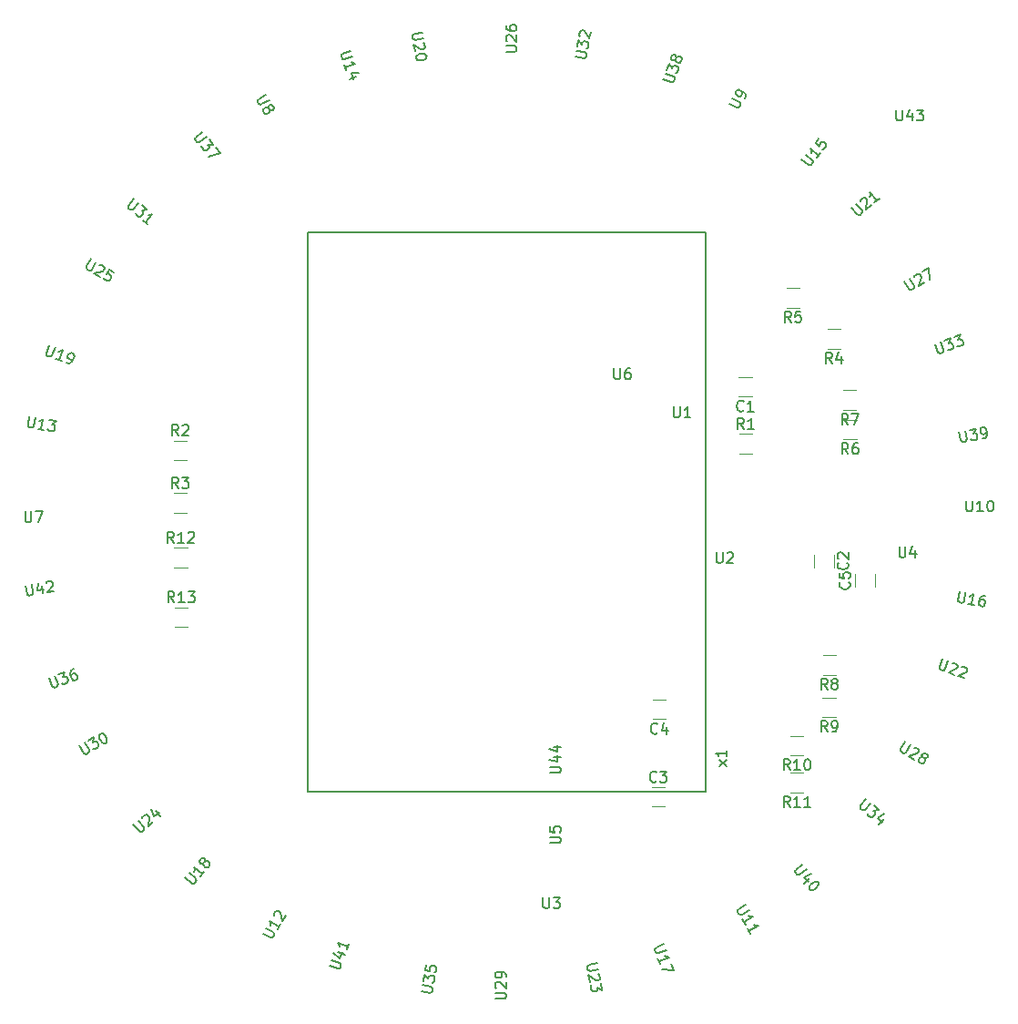
<source format=gto>
G04 #@! TF.GenerationSoftware,KiCad,Pcbnew,5.0.2+dfsg1-1*
G04 #@! TF.CreationDate,2020-09-22T14:15:05+02:00*
G04 #@! TF.ProjectId,bal,62616c2e-6b69-4636-9164-5f7063625858,rev?*
G04 #@! TF.SameCoordinates,Original*
G04 #@! TF.FileFunction,Legend,Top*
G04 #@! TF.FilePolarity,Positive*
%FSLAX46Y46*%
G04 Gerber Fmt 4.6, Leading zero omitted, Abs format (unit mm)*
G04 Created by KiCad (PCBNEW 5.0.2+dfsg1-1) date Tue 22 Sep 2020 02:15:05 PM CEST*
%MOMM*%
%LPD*%
G01*
G04 APERTURE LIST*
%ADD10C,0.200000*%
%ADD11C,0.120000*%
%ADD12C,0.150000*%
G04 APERTURE END LIST*
D10*
X111500000Y-131000000D02*
X111500000Y-79000000D01*
X148500000Y-131000000D02*
X111500000Y-131000000D01*
X148500000Y-79000000D02*
X148500000Y-131000000D01*
X111500000Y-79000000D02*
X148500000Y-79000000D01*
D11*
G04 #@! TO.C,C1*
X152813164Y-92460400D02*
X151609036Y-92460400D01*
X152813164Y-94280400D02*
X151609036Y-94280400D01*
G04 #@! TO.C,C2*
X158602000Y-108937036D02*
X158602000Y-110141164D01*
X160422000Y-108937036D02*
X160422000Y-110141164D01*
G04 #@! TO.C,C3*
X143503236Y-132380400D02*
X144707364Y-132380400D01*
X143503236Y-130560400D02*
X144707364Y-130560400D01*
G04 #@! TO.C,C4*
X144808964Y-122432400D02*
X143604836Y-122432400D01*
X144808964Y-124252400D02*
X143604836Y-124252400D01*
G04 #@! TO.C,C5*
X164232000Y-111969964D02*
X164232000Y-110765836D01*
X162412000Y-111969964D02*
X162412000Y-110765836D01*
G04 #@! TO.C,R1*
X151631236Y-99563600D02*
X152835364Y-99563600D01*
X151631236Y-97743600D02*
X152835364Y-97743600D01*
G04 #@! TO.C,R2*
X99053236Y-100173200D02*
X100257364Y-100173200D01*
X99053236Y-98353200D02*
X100257364Y-98353200D01*
G04 #@! TO.C,R3*
X99053236Y-105050000D02*
X100257364Y-105050000D01*
X99053236Y-103230000D02*
X100257364Y-103230000D01*
G04 #@! TO.C,R4*
X161039564Y-87990000D02*
X159835436Y-87990000D01*
X161039564Y-89810000D02*
X159835436Y-89810000D01*
G04 #@! TO.C,R5*
X157229564Y-84180000D02*
X156025436Y-84180000D01*
X157229564Y-86000000D02*
X156025436Y-86000000D01*
G04 #@! TO.C,R6*
X162538164Y-96422800D02*
X161334036Y-96422800D01*
X162538164Y-98242800D02*
X161334036Y-98242800D01*
G04 #@! TO.C,R7*
X162527064Y-93679600D02*
X161322936Y-93679600D01*
X162527064Y-95499600D02*
X161322936Y-95499600D01*
G04 #@! TO.C,R8*
X160622064Y-118317600D02*
X159417936Y-118317600D01*
X160622064Y-120137600D02*
X159417936Y-120137600D01*
G04 #@! TO.C,R9*
X160607764Y-122229200D02*
X159403636Y-122229200D01*
X160607764Y-124049200D02*
X159403636Y-124049200D01*
G04 #@! TO.C,R10*
X157610564Y-125785200D02*
X156406436Y-125785200D01*
X157610564Y-127605200D02*
X156406436Y-127605200D01*
G04 #@! TO.C,R11*
X157610564Y-129239600D02*
X156406436Y-129239600D01*
X157610564Y-131059600D02*
X156406436Y-131059600D01*
G04 #@! TO.C,R12*
X99104036Y-110130000D02*
X100308164Y-110130000D01*
X99104036Y-108310000D02*
X100308164Y-108310000D01*
G04 #@! TO.C,R13*
X99154836Y-115667200D02*
X100358964Y-115667200D01*
X99154836Y-113847200D02*
X100358964Y-113847200D01*
G04 #@! TO.C,U44*
D12*
X134032380Y-129238095D02*
X134841904Y-129238095D01*
X134937142Y-129190476D01*
X134984761Y-129142857D01*
X135032380Y-129047619D01*
X135032380Y-128857142D01*
X134984761Y-128761904D01*
X134937142Y-128714285D01*
X134841904Y-128666666D01*
X134032380Y-128666666D01*
X134365714Y-127761904D02*
X135032380Y-127761904D01*
X133984761Y-128000000D02*
X134699047Y-128238095D01*
X134699047Y-127619047D01*
X134365714Y-126809523D02*
X135032380Y-126809523D01*
X133984761Y-127047619D02*
X134699047Y-127285714D01*
X134699047Y-126666666D01*
G04 #@! TO.C,U43*
X166249504Y-67617980D02*
X166249504Y-68427504D01*
X166297123Y-68522742D01*
X166344742Y-68570361D01*
X166439980Y-68617980D01*
X166630457Y-68617980D01*
X166725695Y-68570361D01*
X166773314Y-68522742D01*
X166820933Y-68427504D01*
X166820933Y-67617980D01*
X167725695Y-67951314D02*
X167725695Y-68617980D01*
X167487600Y-67570361D02*
X167249504Y-68284647D01*
X167868552Y-68284647D01*
X168154266Y-67617980D02*
X168773314Y-67617980D01*
X168439980Y-67998933D01*
X168582838Y-67998933D01*
X168678076Y-68046552D01*
X168725695Y-68094171D01*
X168773314Y-68189409D01*
X168773314Y-68427504D01*
X168725695Y-68522742D01*
X168678076Y-68570361D01*
X168582838Y-68617980D01*
X168297123Y-68617980D01*
X168201885Y-68570361D01*
X168154266Y-68522742D01*
G04 #@! TO.C,C1*
X152044433Y-95547542D02*
X151996814Y-95595161D01*
X151853957Y-95642780D01*
X151758719Y-95642780D01*
X151615861Y-95595161D01*
X151520623Y-95499923D01*
X151473004Y-95404685D01*
X151425385Y-95214209D01*
X151425385Y-95071352D01*
X151473004Y-94880876D01*
X151520623Y-94785638D01*
X151615861Y-94690400D01*
X151758719Y-94642780D01*
X151853957Y-94642780D01*
X151996814Y-94690400D01*
X152044433Y-94738019D01*
X152996814Y-95642780D02*
X152425385Y-95642780D01*
X152711100Y-95642780D02*
X152711100Y-94642780D01*
X152615861Y-94785638D01*
X152520623Y-94880876D01*
X152425385Y-94928495D01*
G04 #@! TO.C,C2*
X161689142Y-109705766D02*
X161736761Y-109753385D01*
X161784380Y-109896242D01*
X161784380Y-109991480D01*
X161736761Y-110134338D01*
X161641523Y-110229576D01*
X161546285Y-110277195D01*
X161355809Y-110324814D01*
X161212952Y-110324814D01*
X161022476Y-110277195D01*
X160927238Y-110229576D01*
X160832000Y-110134338D01*
X160784380Y-109991480D01*
X160784380Y-109896242D01*
X160832000Y-109753385D01*
X160879619Y-109705766D01*
X160879619Y-109324814D02*
X160832000Y-109277195D01*
X160784380Y-109181957D01*
X160784380Y-108943861D01*
X160832000Y-108848623D01*
X160879619Y-108801004D01*
X160974857Y-108753385D01*
X161070095Y-108753385D01*
X161212952Y-108801004D01*
X161784380Y-109372433D01*
X161784380Y-108753385D01*
G04 #@! TO.C,C3*
X143938633Y-130007542D02*
X143891014Y-130055161D01*
X143748157Y-130102780D01*
X143652919Y-130102780D01*
X143510061Y-130055161D01*
X143414823Y-129959923D01*
X143367204Y-129864685D01*
X143319585Y-129674209D01*
X143319585Y-129531352D01*
X143367204Y-129340876D01*
X143414823Y-129245638D01*
X143510061Y-129150400D01*
X143652919Y-129102780D01*
X143748157Y-129102780D01*
X143891014Y-129150400D01*
X143938633Y-129198019D01*
X144271966Y-129102780D02*
X144891014Y-129102780D01*
X144557680Y-129483733D01*
X144700538Y-129483733D01*
X144795776Y-129531352D01*
X144843395Y-129578971D01*
X144891014Y-129674209D01*
X144891014Y-129912304D01*
X144843395Y-130007542D01*
X144795776Y-130055161D01*
X144700538Y-130102780D01*
X144414823Y-130102780D01*
X144319585Y-130055161D01*
X144271966Y-130007542D01*
G04 #@! TO.C,C4*
X144040233Y-125519542D02*
X143992614Y-125567161D01*
X143849757Y-125614780D01*
X143754519Y-125614780D01*
X143611661Y-125567161D01*
X143516423Y-125471923D01*
X143468804Y-125376685D01*
X143421185Y-125186209D01*
X143421185Y-125043352D01*
X143468804Y-124852876D01*
X143516423Y-124757638D01*
X143611661Y-124662400D01*
X143754519Y-124614780D01*
X143849757Y-124614780D01*
X143992614Y-124662400D01*
X144040233Y-124710019D01*
X144897376Y-124948114D02*
X144897376Y-125614780D01*
X144659280Y-124567161D02*
X144421185Y-125281447D01*
X145040233Y-125281447D01*
G04 #@! TO.C,C5*
X161859142Y-111534566D02*
X161906761Y-111582185D01*
X161954380Y-111725042D01*
X161954380Y-111820280D01*
X161906761Y-111963138D01*
X161811523Y-112058376D01*
X161716285Y-112105995D01*
X161525809Y-112153614D01*
X161382952Y-112153614D01*
X161192476Y-112105995D01*
X161097238Y-112058376D01*
X161002000Y-111963138D01*
X160954380Y-111820280D01*
X160954380Y-111725042D01*
X161002000Y-111582185D01*
X161049619Y-111534566D01*
X160954380Y-110629804D02*
X160954380Y-111105995D01*
X161430571Y-111153614D01*
X161382952Y-111105995D01*
X161335333Y-111010757D01*
X161335333Y-110772661D01*
X161382952Y-110677423D01*
X161430571Y-110629804D01*
X161525809Y-110582185D01*
X161763904Y-110582185D01*
X161859142Y-110629804D01*
X161906761Y-110677423D01*
X161954380Y-110772661D01*
X161954380Y-111010757D01*
X161906761Y-111105995D01*
X161859142Y-111153614D01*
G04 #@! TO.C,R1*
X152066633Y-97285980D02*
X151733300Y-96809790D01*
X151495204Y-97285980D02*
X151495204Y-96285980D01*
X151876157Y-96285980D01*
X151971395Y-96333600D01*
X152019014Y-96381219D01*
X152066633Y-96476457D01*
X152066633Y-96619314D01*
X152019014Y-96714552D01*
X151971395Y-96762171D01*
X151876157Y-96809790D01*
X151495204Y-96809790D01*
X153019014Y-97285980D02*
X152447585Y-97285980D01*
X152733300Y-97285980D02*
X152733300Y-96285980D01*
X152638061Y-96428838D01*
X152542823Y-96524076D01*
X152447585Y-96571695D01*
G04 #@! TO.C,R2*
X99488633Y-97895580D02*
X99155300Y-97419390D01*
X98917204Y-97895580D02*
X98917204Y-96895580D01*
X99298157Y-96895580D01*
X99393395Y-96943200D01*
X99441014Y-96990819D01*
X99488633Y-97086057D01*
X99488633Y-97228914D01*
X99441014Y-97324152D01*
X99393395Y-97371771D01*
X99298157Y-97419390D01*
X98917204Y-97419390D01*
X99869585Y-96990819D02*
X99917204Y-96943200D01*
X100012442Y-96895580D01*
X100250538Y-96895580D01*
X100345776Y-96943200D01*
X100393395Y-96990819D01*
X100441014Y-97086057D01*
X100441014Y-97181295D01*
X100393395Y-97324152D01*
X99821966Y-97895580D01*
X100441014Y-97895580D01*
G04 #@! TO.C,R3*
X99488633Y-102772380D02*
X99155300Y-102296190D01*
X98917204Y-102772380D02*
X98917204Y-101772380D01*
X99298157Y-101772380D01*
X99393395Y-101820000D01*
X99441014Y-101867619D01*
X99488633Y-101962857D01*
X99488633Y-102105714D01*
X99441014Y-102200952D01*
X99393395Y-102248571D01*
X99298157Y-102296190D01*
X98917204Y-102296190D01*
X99821966Y-101772380D02*
X100441014Y-101772380D01*
X100107680Y-102153333D01*
X100250538Y-102153333D01*
X100345776Y-102200952D01*
X100393395Y-102248571D01*
X100441014Y-102343809D01*
X100441014Y-102581904D01*
X100393395Y-102677142D01*
X100345776Y-102724761D01*
X100250538Y-102772380D01*
X99964823Y-102772380D01*
X99869585Y-102724761D01*
X99821966Y-102677142D01*
G04 #@! TO.C,R4*
X160270833Y-91172380D02*
X159937500Y-90696190D01*
X159699404Y-91172380D02*
X159699404Y-90172380D01*
X160080357Y-90172380D01*
X160175595Y-90220000D01*
X160223214Y-90267619D01*
X160270833Y-90362857D01*
X160270833Y-90505714D01*
X160223214Y-90600952D01*
X160175595Y-90648571D01*
X160080357Y-90696190D01*
X159699404Y-90696190D01*
X161127976Y-90505714D02*
X161127976Y-91172380D01*
X160889880Y-90124761D02*
X160651785Y-90839047D01*
X161270833Y-90839047D01*
G04 #@! TO.C,R5*
X156460833Y-87362380D02*
X156127500Y-86886190D01*
X155889404Y-87362380D02*
X155889404Y-86362380D01*
X156270357Y-86362380D01*
X156365595Y-86410000D01*
X156413214Y-86457619D01*
X156460833Y-86552857D01*
X156460833Y-86695714D01*
X156413214Y-86790952D01*
X156365595Y-86838571D01*
X156270357Y-86886190D01*
X155889404Y-86886190D01*
X157365595Y-86362380D02*
X156889404Y-86362380D01*
X156841785Y-86838571D01*
X156889404Y-86790952D01*
X156984642Y-86743333D01*
X157222738Y-86743333D01*
X157317976Y-86790952D01*
X157365595Y-86838571D01*
X157413214Y-86933809D01*
X157413214Y-87171904D01*
X157365595Y-87267142D01*
X157317976Y-87314761D01*
X157222738Y-87362380D01*
X156984642Y-87362380D01*
X156889404Y-87314761D01*
X156841785Y-87267142D01*
G04 #@! TO.C,R6*
X161769433Y-99605180D02*
X161436100Y-99128990D01*
X161198004Y-99605180D02*
X161198004Y-98605180D01*
X161578957Y-98605180D01*
X161674195Y-98652800D01*
X161721814Y-98700419D01*
X161769433Y-98795657D01*
X161769433Y-98938514D01*
X161721814Y-99033752D01*
X161674195Y-99081371D01*
X161578957Y-99128990D01*
X161198004Y-99128990D01*
X162626576Y-98605180D02*
X162436100Y-98605180D01*
X162340861Y-98652800D01*
X162293242Y-98700419D01*
X162198004Y-98843276D01*
X162150385Y-99033752D01*
X162150385Y-99414704D01*
X162198004Y-99509942D01*
X162245623Y-99557561D01*
X162340861Y-99605180D01*
X162531338Y-99605180D01*
X162626576Y-99557561D01*
X162674195Y-99509942D01*
X162721814Y-99414704D01*
X162721814Y-99176609D01*
X162674195Y-99081371D01*
X162626576Y-99033752D01*
X162531338Y-98986133D01*
X162340861Y-98986133D01*
X162245623Y-99033752D01*
X162198004Y-99081371D01*
X162150385Y-99176609D01*
G04 #@! TO.C,R7*
X161758333Y-96861980D02*
X161425000Y-96385790D01*
X161186904Y-96861980D02*
X161186904Y-95861980D01*
X161567857Y-95861980D01*
X161663095Y-95909600D01*
X161710714Y-95957219D01*
X161758333Y-96052457D01*
X161758333Y-96195314D01*
X161710714Y-96290552D01*
X161663095Y-96338171D01*
X161567857Y-96385790D01*
X161186904Y-96385790D01*
X162091666Y-95861980D02*
X162758333Y-95861980D01*
X162329761Y-96861980D01*
G04 #@! TO.C,R8*
X159853333Y-121499980D02*
X159520000Y-121023790D01*
X159281904Y-121499980D02*
X159281904Y-120499980D01*
X159662857Y-120499980D01*
X159758095Y-120547600D01*
X159805714Y-120595219D01*
X159853333Y-120690457D01*
X159853333Y-120833314D01*
X159805714Y-120928552D01*
X159758095Y-120976171D01*
X159662857Y-121023790D01*
X159281904Y-121023790D01*
X160424761Y-120928552D02*
X160329523Y-120880933D01*
X160281904Y-120833314D01*
X160234285Y-120738076D01*
X160234285Y-120690457D01*
X160281904Y-120595219D01*
X160329523Y-120547600D01*
X160424761Y-120499980D01*
X160615238Y-120499980D01*
X160710476Y-120547600D01*
X160758095Y-120595219D01*
X160805714Y-120690457D01*
X160805714Y-120738076D01*
X160758095Y-120833314D01*
X160710476Y-120880933D01*
X160615238Y-120928552D01*
X160424761Y-120928552D01*
X160329523Y-120976171D01*
X160281904Y-121023790D01*
X160234285Y-121119028D01*
X160234285Y-121309504D01*
X160281904Y-121404742D01*
X160329523Y-121452361D01*
X160424761Y-121499980D01*
X160615238Y-121499980D01*
X160710476Y-121452361D01*
X160758095Y-121404742D01*
X160805714Y-121309504D01*
X160805714Y-121119028D01*
X160758095Y-121023790D01*
X160710476Y-120976171D01*
X160615238Y-120928552D01*
G04 #@! TO.C,R9*
X159839033Y-125411580D02*
X159505700Y-124935390D01*
X159267604Y-125411580D02*
X159267604Y-124411580D01*
X159648557Y-124411580D01*
X159743795Y-124459200D01*
X159791414Y-124506819D01*
X159839033Y-124602057D01*
X159839033Y-124744914D01*
X159791414Y-124840152D01*
X159743795Y-124887771D01*
X159648557Y-124935390D01*
X159267604Y-124935390D01*
X160315223Y-125411580D02*
X160505700Y-125411580D01*
X160600938Y-125363961D01*
X160648557Y-125316342D01*
X160743795Y-125173485D01*
X160791414Y-124983009D01*
X160791414Y-124602057D01*
X160743795Y-124506819D01*
X160696176Y-124459200D01*
X160600938Y-124411580D01*
X160410461Y-124411580D01*
X160315223Y-124459200D01*
X160267604Y-124506819D01*
X160219985Y-124602057D01*
X160219985Y-124840152D01*
X160267604Y-124935390D01*
X160315223Y-124983009D01*
X160410461Y-125030628D01*
X160600938Y-125030628D01*
X160696176Y-124983009D01*
X160743795Y-124935390D01*
X160791414Y-124840152D01*
G04 #@! TO.C,R10*
X156365642Y-128967580D02*
X156032309Y-128491390D01*
X155794214Y-128967580D02*
X155794214Y-127967580D01*
X156175166Y-127967580D01*
X156270404Y-128015200D01*
X156318023Y-128062819D01*
X156365642Y-128158057D01*
X156365642Y-128300914D01*
X156318023Y-128396152D01*
X156270404Y-128443771D01*
X156175166Y-128491390D01*
X155794214Y-128491390D01*
X157318023Y-128967580D02*
X156746595Y-128967580D01*
X157032309Y-128967580D02*
X157032309Y-127967580D01*
X156937071Y-128110438D01*
X156841833Y-128205676D01*
X156746595Y-128253295D01*
X157937071Y-127967580D02*
X158032309Y-127967580D01*
X158127547Y-128015200D01*
X158175166Y-128062819D01*
X158222785Y-128158057D01*
X158270404Y-128348533D01*
X158270404Y-128586628D01*
X158222785Y-128777104D01*
X158175166Y-128872342D01*
X158127547Y-128919961D01*
X158032309Y-128967580D01*
X157937071Y-128967580D01*
X157841833Y-128919961D01*
X157794214Y-128872342D01*
X157746595Y-128777104D01*
X157698976Y-128586628D01*
X157698976Y-128348533D01*
X157746595Y-128158057D01*
X157794214Y-128062819D01*
X157841833Y-128015200D01*
X157937071Y-127967580D01*
G04 #@! TO.C,R11*
X156365642Y-132421980D02*
X156032309Y-131945790D01*
X155794214Y-132421980D02*
X155794214Y-131421980D01*
X156175166Y-131421980D01*
X156270404Y-131469600D01*
X156318023Y-131517219D01*
X156365642Y-131612457D01*
X156365642Y-131755314D01*
X156318023Y-131850552D01*
X156270404Y-131898171D01*
X156175166Y-131945790D01*
X155794214Y-131945790D01*
X157318023Y-132421980D02*
X156746595Y-132421980D01*
X157032309Y-132421980D02*
X157032309Y-131421980D01*
X156937071Y-131564838D01*
X156841833Y-131660076D01*
X156746595Y-131707695D01*
X158270404Y-132421980D02*
X157698976Y-132421980D01*
X157984690Y-132421980D02*
X157984690Y-131421980D01*
X157889452Y-131564838D01*
X157794214Y-131660076D01*
X157698976Y-131707695D01*
G04 #@! TO.C,R12*
X99063242Y-107852380D02*
X98729909Y-107376190D01*
X98491814Y-107852380D02*
X98491814Y-106852380D01*
X98872766Y-106852380D01*
X98968004Y-106900000D01*
X99015623Y-106947619D01*
X99063242Y-107042857D01*
X99063242Y-107185714D01*
X99015623Y-107280952D01*
X98968004Y-107328571D01*
X98872766Y-107376190D01*
X98491814Y-107376190D01*
X100015623Y-107852380D02*
X99444195Y-107852380D01*
X99729909Y-107852380D02*
X99729909Y-106852380D01*
X99634671Y-106995238D01*
X99539433Y-107090476D01*
X99444195Y-107138095D01*
X100396576Y-106947619D02*
X100444195Y-106900000D01*
X100539433Y-106852380D01*
X100777528Y-106852380D01*
X100872766Y-106900000D01*
X100920385Y-106947619D01*
X100968004Y-107042857D01*
X100968004Y-107138095D01*
X100920385Y-107280952D01*
X100348957Y-107852380D01*
X100968004Y-107852380D01*
G04 #@! TO.C,R13*
X99114042Y-113389580D02*
X98780709Y-112913390D01*
X98542614Y-113389580D02*
X98542614Y-112389580D01*
X98923566Y-112389580D01*
X99018804Y-112437200D01*
X99066423Y-112484819D01*
X99114042Y-112580057D01*
X99114042Y-112722914D01*
X99066423Y-112818152D01*
X99018804Y-112865771D01*
X98923566Y-112913390D01*
X98542614Y-112913390D01*
X100066423Y-113389580D02*
X99494995Y-113389580D01*
X99780709Y-113389580D02*
X99780709Y-112389580D01*
X99685471Y-112532438D01*
X99590233Y-112627676D01*
X99494995Y-112675295D01*
X100399757Y-112389580D02*
X101018804Y-112389580D01*
X100685471Y-112770533D01*
X100828328Y-112770533D01*
X100923566Y-112818152D01*
X100971185Y-112865771D01*
X101018804Y-112961009D01*
X101018804Y-113199104D01*
X100971185Y-113294342D01*
X100923566Y-113341961D01*
X100828328Y-113389580D01*
X100542614Y-113389580D01*
X100447376Y-113341961D01*
X100399757Y-113294342D01*
G04 #@! TO.C,U1*
X145542095Y-95202380D02*
X145542095Y-96011904D01*
X145589714Y-96107142D01*
X145637333Y-96154761D01*
X145732571Y-96202380D01*
X145923047Y-96202380D01*
X146018285Y-96154761D01*
X146065904Y-96107142D01*
X146113523Y-96011904D01*
X146113523Y-95202380D01*
X147113523Y-96202380D02*
X146542095Y-96202380D01*
X146827809Y-96202380D02*
X146827809Y-95202380D01*
X146732571Y-95345238D01*
X146637333Y-95440476D01*
X146542095Y-95488095D01*
G04 #@! TO.C,U2*
X149525695Y-108734380D02*
X149525695Y-109543904D01*
X149573314Y-109639142D01*
X149620933Y-109686761D01*
X149716171Y-109734380D01*
X149906647Y-109734380D01*
X150001885Y-109686761D01*
X150049504Y-109639142D01*
X150097123Y-109543904D01*
X150097123Y-108734380D01*
X150525695Y-108829619D02*
X150573314Y-108782000D01*
X150668552Y-108734380D01*
X150906647Y-108734380D01*
X151001885Y-108782000D01*
X151049504Y-108829619D01*
X151097123Y-108924857D01*
X151097123Y-109020095D01*
X151049504Y-109162952D01*
X150478076Y-109734380D01*
X151097123Y-109734380D01*
G04 #@! TO.C,U3*
X133400895Y-140820780D02*
X133400895Y-141630304D01*
X133448514Y-141725542D01*
X133496133Y-141773161D01*
X133591371Y-141820780D01*
X133781847Y-141820780D01*
X133877085Y-141773161D01*
X133924704Y-141725542D01*
X133972323Y-141630304D01*
X133972323Y-140820780D01*
X134353276Y-140820780D02*
X134972323Y-140820780D01*
X134638990Y-141201733D01*
X134781847Y-141201733D01*
X134877085Y-141249352D01*
X134924704Y-141296971D01*
X134972323Y-141392209D01*
X134972323Y-141630304D01*
X134924704Y-141725542D01*
X134877085Y-141773161D01*
X134781847Y-141820780D01*
X134496133Y-141820780D01*
X134400895Y-141773161D01*
X134353276Y-141725542D01*
G04 #@! TO.C,U4*
X166522495Y-108207180D02*
X166522495Y-109016704D01*
X166570114Y-109111942D01*
X166617733Y-109159561D01*
X166712971Y-109207180D01*
X166903447Y-109207180D01*
X166998685Y-109159561D01*
X167046304Y-109111942D01*
X167093923Y-109016704D01*
X167093923Y-108207180D01*
X167998685Y-108540514D02*
X167998685Y-109207180D01*
X167760590Y-108159561D02*
X167522495Y-108873847D01*
X168141542Y-108873847D01*
G04 #@! TO.C,U5*
X134032380Y-135761904D02*
X134841904Y-135761904D01*
X134937142Y-135714285D01*
X134984761Y-135666666D01*
X135032380Y-135571428D01*
X135032380Y-135380952D01*
X134984761Y-135285714D01*
X134937142Y-135238095D01*
X134841904Y-135190476D01*
X134032380Y-135190476D01*
X134032380Y-134238095D02*
X134032380Y-134714285D01*
X134508571Y-134761904D01*
X134460952Y-134714285D01*
X134413333Y-134619047D01*
X134413333Y-134380952D01*
X134460952Y-134285714D01*
X134508571Y-134238095D01*
X134603809Y-134190476D01*
X134841904Y-134190476D01*
X134937142Y-134238095D01*
X134984761Y-134285714D01*
X135032380Y-134380952D01*
X135032380Y-134619047D01*
X134984761Y-134714285D01*
X134937142Y-134761904D01*
G04 #@! TO.C,U6*
X140004895Y-91662380D02*
X140004895Y-92471904D01*
X140052514Y-92567142D01*
X140100133Y-92614761D01*
X140195371Y-92662380D01*
X140385847Y-92662380D01*
X140481085Y-92614761D01*
X140528704Y-92567142D01*
X140576323Y-92471904D01*
X140576323Y-91662380D01*
X141481085Y-91662380D02*
X141290609Y-91662380D01*
X141195371Y-91710000D01*
X141147752Y-91757619D01*
X141052514Y-91900476D01*
X141004895Y-92090952D01*
X141004895Y-92471904D01*
X141052514Y-92567142D01*
X141100133Y-92614761D01*
X141195371Y-92662380D01*
X141385847Y-92662380D01*
X141481085Y-92614761D01*
X141528704Y-92567142D01*
X141576323Y-92471904D01*
X141576323Y-92233809D01*
X141528704Y-92138571D01*
X141481085Y-92090952D01*
X141385847Y-92043333D01*
X141195371Y-92043333D01*
X141100133Y-92090952D01*
X141052514Y-92138571D01*
X141004895Y-92233809D01*
G04 #@! TO.C,U7*
X85238095Y-104952380D02*
X85238095Y-105761904D01*
X85285714Y-105857142D01*
X85333333Y-105904761D01*
X85428571Y-105952380D01*
X85619047Y-105952380D01*
X85714285Y-105904761D01*
X85761904Y-105857142D01*
X85809523Y-105761904D01*
X85809523Y-104952380D01*
X86190476Y-104952380D02*
X86857142Y-104952380D01*
X86428571Y-105952380D01*
G04 #@! TO.C,U8*
X107660286Y-66206361D02*
X106959218Y-66611123D01*
X106900549Y-66699981D01*
X106883119Y-66765030D01*
X106889499Y-66871318D01*
X106984737Y-67036276D01*
X107073595Y-67094945D01*
X107138644Y-67112374D01*
X107244932Y-67105995D01*
X107946000Y-66701233D01*
X107884370Y-67451629D02*
X107877991Y-67345341D01*
X107895421Y-67280292D01*
X107954090Y-67191434D01*
X107995329Y-67167625D01*
X108101617Y-67161245D01*
X108166666Y-67178675D01*
X108255524Y-67237344D01*
X108350762Y-67402301D01*
X108357142Y-67508589D01*
X108339712Y-67573638D01*
X108281043Y-67662496D01*
X108239804Y-67686306D01*
X108133516Y-67692686D01*
X108068467Y-67675256D01*
X107979609Y-67616587D01*
X107884370Y-67451629D01*
X107795512Y-67392960D01*
X107730463Y-67375531D01*
X107624175Y-67381910D01*
X107459218Y-67477148D01*
X107400549Y-67566007D01*
X107383119Y-67631056D01*
X107389499Y-67737344D01*
X107484737Y-67902301D01*
X107573595Y-67960970D01*
X107638644Y-67978400D01*
X107744932Y-67972020D01*
X107909889Y-67876782D01*
X107968559Y-67787924D01*
X107985988Y-67722875D01*
X107979609Y-67616587D01*
G04 #@! TO.C,U9*
X150711782Y-67026019D02*
X151412850Y-67430781D01*
X151519138Y-67437161D01*
X151584187Y-67419731D01*
X151673046Y-67361062D01*
X151768284Y-67196104D01*
X151774663Y-67089816D01*
X151757234Y-67024767D01*
X151698565Y-66935909D01*
X150997496Y-66531147D01*
X152125427Y-66577515D02*
X152220665Y-66412558D01*
X152227044Y-66306269D01*
X152209615Y-66241221D01*
X152133516Y-66087313D01*
X151992368Y-65950836D01*
X151662454Y-65760360D01*
X151556165Y-65753980D01*
X151491117Y-65771410D01*
X151402258Y-65830079D01*
X151307020Y-65995036D01*
X151300640Y-66101324D01*
X151318070Y-66166373D01*
X151376739Y-66255232D01*
X151582936Y-66374279D01*
X151689224Y-66380659D01*
X151754273Y-66363229D01*
X151843131Y-66304560D01*
X151938369Y-66139603D01*
X151944749Y-66033315D01*
X151927319Y-65968266D01*
X151868650Y-65879408D01*
G04 #@! TO.C,U10*
X172761904Y-103952380D02*
X172761904Y-104761904D01*
X172809523Y-104857142D01*
X172857142Y-104904761D01*
X172952380Y-104952380D01*
X173142857Y-104952380D01*
X173238095Y-104904761D01*
X173285714Y-104857142D01*
X173333333Y-104761904D01*
X173333333Y-103952380D01*
X174333333Y-104952380D02*
X173761904Y-104952380D01*
X174047619Y-104952380D02*
X174047619Y-103952380D01*
X173952380Y-104095238D01*
X173857142Y-104190476D01*
X173761904Y-104238095D01*
X174952380Y-103952380D02*
X175047619Y-103952380D01*
X175142857Y-104000000D01*
X175190476Y-104047619D01*
X175238095Y-104142857D01*
X175285714Y-104333333D01*
X175285714Y-104571428D01*
X175238095Y-104761904D01*
X175190476Y-104857142D01*
X175142857Y-104904761D01*
X175047619Y-104952380D01*
X174952380Y-104952380D01*
X174857142Y-104904761D01*
X174809523Y-104857142D01*
X174761904Y-104761904D01*
X174714285Y-104571428D01*
X174714285Y-104333333D01*
X174761904Y-104142857D01*
X174809523Y-104047619D01*
X174857142Y-104000000D01*
X174952380Y-103952380D01*
G04 #@! TO.C,U11*
X152288217Y-141513968D02*
X151587149Y-141918730D01*
X151528480Y-142007588D01*
X151511050Y-142072637D01*
X151517430Y-142178925D01*
X151612668Y-142343882D01*
X151701526Y-142402552D01*
X151766575Y-142419981D01*
X151872863Y-142413602D01*
X152573931Y-142008840D01*
X152207906Y-143374865D02*
X151922191Y-142879993D01*
X152065049Y-143127429D02*
X152931074Y-142627429D01*
X152759737Y-142616379D01*
X152629639Y-142581520D01*
X152540781Y-142522851D01*
X152684096Y-144199651D02*
X152398382Y-143704780D01*
X152541239Y-143952215D02*
X153407265Y-143452215D01*
X153235928Y-143441165D01*
X153105830Y-143406306D01*
X153016972Y-143347637D01*
G04 #@! TO.C,U12*
X107339713Y-144158412D02*
X108040781Y-144563174D01*
X108147069Y-144569554D01*
X108212118Y-144552124D01*
X108300976Y-144493455D01*
X108396214Y-144328497D01*
X108402594Y-144222209D01*
X108385164Y-144157161D01*
X108326495Y-144068302D01*
X107625427Y-143663540D01*
X108991453Y-143297515D02*
X108705738Y-143792387D01*
X108848595Y-143544951D02*
X107982570Y-143044951D01*
X108058669Y-143198858D01*
X108093528Y-143328956D01*
X108087149Y-143435244D01*
X108398382Y-142515219D02*
X108380952Y-142450171D01*
X108387332Y-142343882D01*
X108506380Y-142137686D01*
X108595238Y-142079017D01*
X108660287Y-142061587D01*
X108766575Y-142067967D01*
X108849053Y-142115586D01*
X108948962Y-142228254D01*
X109158119Y-143008840D01*
X109467643Y-142472729D01*
G04 #@! TO.C,U13*
X85632631Y-96113303D02*
X85492058Y-96910528D01*
X85522416Y-97012589D01*
X85561043Y-97067753D01*
X85646565Y-97131187D01*
X85834147Y-97164262D01*
X85936208Y-97133905D01*
X85991372Y-97095278D01*
X86054806Y-97009756D01*
X86195378Y-96212531D01*
X87006538Y-97370986D02*
X86443790Y-97271759D01*
X86725164Y-97321373D02*
X86898812Y-96336565D01*
X86780214Y-96460714D01*
X86669885Y-96537967D01*
X86567825Y-96568325D01*
X87508455Y-96444061D02*
X88118098Y-96551558D01*
X87723677Y-96868840D01*
X87864364Y-96893647D01*
X87949886Y-96957081D01*
X87988513Y-97012245D01*
X88018870Y-97114305D01*
X87977526Y-97348783D01*
X87914092Y-97434306D01*
X87858928Y-97472932D01*
X87756867Y-97503290D01*
X87475494Y-97453676D01*
X87389971Y-97390243D01*
X87351345Y-97335078D01*
G04 #@! TO.C,U14*
X115510986Y-62128264D02*
X114750282Y-62405137D01*
X114677074Y-62482458D01*
X114648614Y-62543492D01*
X114636440Y-62649273D01*
X114701586Y-62828262D01*
X114778907Y-62901470D01*
X114839941Y-62929931D01*
X114945722Y-62942104D01*
X115706426Y-62665231D01*
X115108753Y-63946944D02*
X114913313Y-63409977D01*
X115011033Y-63678460D02*
X115950726Y-63336440D01*
X115783911Y-63295806D01*
X115661843Y-63238884D01*
X115584522Y-63165676D01*
X116028375Y-64524381D02*
X115401913Y-64752395D01*
X116304920Y-64170351D02*
X115552277Y-64190915D01*
X115764004Y-64772630D01*
G04 #@! TO.C,U15*
X157447689Y-72207827D02*
X158067820Y-72728179D01*
X158171385Y-72752918D01*
X158238473Y-72747049D01*
X158336169Y-72704701D01*
X158458605Y-72558788D01*
X158483344Y-72455222D01*
X158477475Y-72388135D01*
X158435127Y-72290439D01*
X157814996Y-71770087D01*
X159223828Y-71646830D02*
X158856521Y-72084570D01*
X159040174Y-71865700D02*
X158274130Y-71222912D01*
X158322347Y-71387696D01*
X158334086Y-71521870D01*
X158309346Y-71625436D01*
X159039353Y-70310955D02*
X158733264Y-70675738D01*
X159067438Y-71018305D01*
X159061569Y-70951218D01*
X159086308Y-70847653D01*
X159239353Y-70665261D01*
X159337049Y-70622913D01*
X159404136Y-70617044D01*
X159507702Y-70641784D01*
X159690093Y-70794828D01*
X159732441Y-70892525D01*
X159738310Y-70959612D01*
X159713571Y-71063177D01*
X159560526Y-71245569D01*
X159462830Y-71287917D01*
X159395743Y-71293786D01*
G04 #@! TO.C,U16*
X172118983Y-112378111D02*
X171978410Y-113175336D01*
X172008768Y-113277397D01*
X172047395Y-113332561D01*
X172132917Y-113395995D01*
X172320499Y-113429070D01*
X172422560Y-113398713D01*
X172477724Y-113360086D01*
X172541158Y-113274564D01*
X172681730Y-112477339D01*
X173492890Y-113635794D02*
X172930142Y-113536567D01*
X173211516Y-113586181D02*
X173385164Y-112601373D01*
X173266566Y-112725522D01*
X173156237Y-112802775D01*
X173054177Y-112833133D01*
X174510659Y-112799828D02*
X174323076Y-112766752D01*
X174221016Y-112797110D01*
X174165852Y-112835737D01*
X174047253Y-112959885D01*
X173967282Y-113139199D01*
X173901130Y-113514364D01*
X173931488Y-113616424D01*
X173970115Y-113671588D01*
X174055637Y-113735022D01*
X174243219Y-113768098D01*
X174345280Y-113737740D01*
X174400444Y-113699114D01*
X174463878Y-113613591D01*
X174505222Y-113379113D01*
X174474865Y-113277053D01*
X174436238Y-113221889D01*
X174350716Y-113158455D01*
X174163133Y-113125379D01*
X174061073Y-113155737D01*
X174005909Y-113194363D01*
X173942475Y-113279886D01*
G04 #@! TO.C,U17*
X144671294Y-145170284D02*
X143910590Y-145447157D01*
X143837382Y-145524478D01*
X143808922Y-145585512D01*
X143796748Y-145691293D01*
X143861894Y-145870282D01*
X143939215Y-145943490D01*
X144000249Y-145971951D01*
X144106030Y-145984124D01*
X144866734Y-145707251D01*
X144269061Y-146988964D02*
X144073621Y-146451997D01*
X144171341Y-146720480D02*
X145111034Y-146378460D01*
X144944219Y-146337826D01*
X144822151Y-146280904D01*
X144744830Y-146207696D01*
X145322761Y-146960175D02*
X145550774Y-147586636D01*
X144464501Y-147525931D01*
G04 #@! TO.C,U18*
X100121645Y-138985039D02*
X100741776Y-139505391D01*
X100845341Y-139530130D01*
X100912429Y-139524261D01*
X101010125Y-139481913D01*
X101132561Y-139336000D01*
X101157300Y-139232434D01*
X101151431Y-139165347D01*
X101109083Y-139067651D01*
X100488952Y-138547299D01*
X101897784Y-138424042D02*
X101530477Y-138861782D01*
X101714130Y-138642912D02*
X100948086Y-138000124D01*
X100996303Y-138164908D01*
X101008042Y-138299082D01*
X100983302Y-138402648D01*
X101827351Y-137618995D02*
X101729655Y-137661343D01*
X101662568Y-137667212D01*
X101559003Y-137642473D01*
X101522524Y-137611864D01*
X101480177Y-137514168D01*
X101474307Y-137447080D01*
X101499047Y-137343515D01*
X101621482Y-137197602D01*
X101719179Y-137155254D01*
X101786266Y-137149385D01*
X101889831Y-137174124D01*
X101926310Y-137204733D01*
X101968657Y-137302429D01*
X101974527Y-137369517D01*
X101949787Y-137473082D01*
X101827351Y-137618995D01*
X101802612Y-137722561D01*
X101808481Y-137789648D01*
X101850829Y-137887344D01*
X101996742Y-138009780D01*
X102100308Y-138034520D01*
X102167395Y-138028650D01*
X102265091Y-137986303D01*
X102387527Y-137840389D01*
X102412266Y-137736824D01*
X102406397Y-137669737D01*
X102364049Y-137572040D01*
X102218136Y-137449605D01*
X102114571Y-137424865D01*
X102047483Y-137430734D01*
X101949787Y-137473082D01*
G04 #@! TO.C,U19*
X87502857Y-89481798D02*
X87225984Y-90242502D01*
X87238158Y-90348283D01*
X87266618Y-90409317D01*
X87339826Y-90486638D01*
X87518815Y-90551784D01*
X87624596Y-90539610D01*
X87685630Y-90511150D01*
X87762951Y-90437942D01*
X88039824Y-89677238D01*
X88637497Y-90958951D02*
X88100530Y-90763511D01*
X88369013Y-90861231D02*
X88711034Y-89921539D01*
X88572679Y-90023207D01*
X88450611Y-90080128D01*
X88344830Y-90092302D01*
X89084970Y-91121818D02*
X89263959Y-91186965D01*
X89369740Y-91174791D01*
X89430774Y-91146330D01*
X89569128Y-91044662D01*
X89679022Y-90881959D01*
X89809316Y-90523981D01*
X89797142Y-90418200D01*
X89768681Y-90357166D01*
X89695473Y-90279845D01*
X89516484Y-90214699D01*
X89410703Y-90226873D01*
X89349669Y-90255333D01*
X89272349Y-90328541D01*
X89190915Y-90552277D01*
X89203089Y-90658059D01*
X89231550Y-90719093D01*
X89304758Y-90796413D01*
X89483747Y-90861560D01*
X89589528Y-90849386D01*
X89650562Y-90820925D01*
X89727882Y-90747718D01*
G04 #@! TO.C,U20*
X122191902Y-60422445D02*
X121394677Y-60563017D01*
X121309154Y-60626451D01*
X121270528Y-60681615D01*
X121240170Y-60783675D01*
X121273246Y-60971258D01*
X121336679Y-61056780D01*
X121391844Y-61095407D01*
X121493904Y-61125764D01*
X122291130Y-60985192D01*
X122271759Y-61423790D02*
X122326924Y-61462417D01*
X122390357Y-61547939D01*
X122431702Y-61782417D01*
X122401344Y-61884477D01*
X122362718Y-61939642D01*
X122277195Y-62003076D01*
X122183404Y-62019613D01*
X122034448Y-61997525D01*
X121372473Y-61534005D01*
X121479970Y-62143648D01*
X122572274Y-62579643D02*
X122588812Y-62673434D01*
X122558454Y-62775494D01*
X122519828Y-62830659D01*
X122434306Y-62894092D01*
X122254992Y-62974064D01*
X122020514Y-63015408D01*
X121824663Y-63001589D01*
X121722602Y-62971231D01*
X121667438Y-62932604D01*
X121604004Y-62847082D01*
X121587466Y-62753291D01*
X121617824Y-62651231D01*
X121656451Y-62596066D01*
X121741973Y-62532633D01*
X121921287Y-62452661D01*
X122155765Y-62411316D01*
X122351616Y-62425136D01*
X122453676Y-62455494D01*
X122508841Y-62494120D01*
X122572274Y-62579643D01*
G04 #@! TO.C,U21*
X162088167Y-76713309D02*
X162608519Y-77333440D01*
X162706215Y-77375788D01*
X162773302Y-77381658D01*
X162876868Y-77356918D01*
X163022781Y-77234482D01*
X163065129Y-77136786D01*
X163070998Y-77069699D01*
X163046258Y-76966133D01*
X162525906Y-76346002D01*
X162915429Y-76143478D02*
X162921298Y-76076391D01*
X162963646Y-75978695D01*
X163146038Y-75825650D01*
X163249603Y-75800911D01*
X163316690Y-75806780D01*
X163414387Y-75849128D01*
X163475605Y-75922084D01*
X163530953Y-76062128D01*
X163460521Y-76867175D01*
X163934739Y-76469259D01*
X164664305Y-75857080D02*
X164226565Y-76224387D01*
X164445435Y-76040734D02*
X163802647Y-75274689D01*
X163821517Y-75445342D01*
X163809779Y-75579517D01*
X163767431Y-75677213D01*
G04 #@! TO.C,U22*
X170544877Y-118642106D02*
X170268004Y-119402810D01*
X170280178Y-119508591D01*
X170308638Y-119569625D01*
X170381846Y-119646946D01*
X170560835Y-119712092D01*
X170666616Y-119699918D01*
X170727650Y-119671458D01*
X170804971Y-119598250D01*
X171081844Y-118837546D01*
X171451997Y-119073621D02*
X171513031Y-119045160D01*
X171618812Y-119032987D01*
X171842548Y-119114420D01*
X171915756Y-119191741D01*
X171944217Y-119252774D01*
X171956390Y-119358556D01*
X171923817Y-119448050D01*
X171830210Y-119566005D01*
X171097802Y-119907533D01*
X171679517Y-120119259D01*
X172346942Y-119399355D02*
X172407976Y-119370894D01*
X172513757Y-119358720D01*
X172737493Y-119440153D01*
X172810701Y-119517474D01*
X172839162Y-119578508D01*
X172851336Y-119684289D01*
X172818762Y-119773784D01*
X172725155Y-119891739D01*
X171992748Y-120233266D01*
X172574462Y-120444993D01*
G04 #@! TO.C,U23*
X138456710Y-146928797D02*
X137659485Y-147069369D01*
X137573962Y-147132803D01*
X137535336Y-147187967D01*
X137504978Y-147290027D01*
X137538054Y-147477610D01*
X137601487Y-147563132D01*
X137656652Y-147601759D01*
X137758712Y-147632116D01*
X138555938Y-147491544D01*
X138536567Y-147930142D02*
X138591732Y-147968769D01*
X138655165Y-148054291D01*
X138696510Y-148288769D01*
X138666152Y-148390829D01*
X138627526Y-148445994D01*
X138542003Y-148509428D01*
X138448212Y-148525965D01*
X138299256Y-148503877D01*
X137637281Y-148040357D01*
X137744778Y-148650000D01*
X138787468Y-148804621D02*
X138894965Y-149414264D01*
X138461917Y-149152146D01*
X138486724Y-149292833D01*
X138456367Y-149394893D01*
X138417740Y-149450058D01*
X138332218Y-149513491D01*
X138097740Y-149554836D01*
X137995679Y-149524478D01*
X137940515Y-149485852D01*
X137877081Y-149400330D01*
X137827468Y-149118956D01*
X137857825Y-149016896D01*
X137896452Y-148961731D01*
G04 #@! TO.C,U24*
X95310955Y-134039353D02*
X95831307Y-134659484D01*
X95929003Y-134701832D01*
X95996090Y-134707702D01*
X96099656Y-134682962D01*
X96245569Y-134560526D01*
X96287917Y-134462830D01*
X96293786Y-134395743D01*
X96269046Y-134292177D01*
X95748694Y-133672046D01*
X96138217Y-133469522D02*
X96144086Y-133402435D01*
X96186434Y-133304739D01*
X96368826Y-133151694D01*
X96472391Y-133126955D01*
X96539478Y-133132824D01*
X96637175Y-133175172D01*
X96698393Y-133248128D01*
X96753741Y-133388172D01*
X96683309Y-134193219D01*
X97157527Y-133795303D01*
X97385611Y-132733646D02*
X97814136Y-133244342D01*
X96958348Y-132594864D02*
X97235090Y-133295083D01*
X97709308Y-132897167D01*
G04 #@! TO.C,U25*
X91341587Y-81473687D02*
X90936825Y-82174755D01*
X90930445Y-82281043D01*
X90947875Y-82346092D01*
X91006544Y-82434950D01*
X91171502Y-82530188D01*
X91277790Y-82536568D01*
X91342838Y-82519138D01*
X91431697Y-82460469D01*
X91836459Y-81759401D01*
X92159993Y-82056165D02*
X92225042Y-82038736D01*
X92331330Y-82045115D01*
X92537527Y-82164163D01*
X92596196Y-82253021D01*
X92613626Y-82318070D01*
X92607246Y-82424358D01*
X92559627Y-82506837D01*
X92446959Y-82606745D01*
X91666373Y-82815903D01*
X92202484Y-83125427D01*
X93486031Y-82711782D02*
X93073638Y-82473687D01*
X92794303Y-82862270D01*
X92859352Y-82844841D01*
X92965640Y-82851220D01*
X93171837Y-82970268D01*
X93230506Y-83059126D01*
X93247936Y-83124175D01*
X93241556Y-83230463D01*
X93122508Y-83436660D01*
X93033650Y-83495329D01*
X92968601Y-83512759D01*
X92862313Y-83506379D01*
X92656117Y-83387331D01*
X92597447Y-83298473D01*
X92580018Y-83233424D01*
G04 #@! TO.C,U26*
X129952380Y-62238095D02*
X130761904Y-62238095D01*
X130857142Y-62190476D01*
X130904761Y-62142857D01*
X130952380Y-62047619D01*
X130952380Y-61857142D01*
X130904761Y-61761904D01*
X130857142Y-61714285D01*
X130761904Y-61666666D01*
X129952380Y-61666666D01*
X130047619Y-61238095D02*
X130000000Y-61190476D01*
X129952380Y-61095238D01*
X129952380Y-60857142D01*
X130000000Y-60761904D01*
X130047619Y-60714285D01*
X130142857Y-60666666D01*
X130238095Y-60666666D01*
X130380952Y-60714285D01*
X130952380Y-61285714D01*
X130952380Y-60666666D01*
X129952380Y-59809523D02*
X129952380Y-60000000D01*
X130000000Y-60095238D01*
X130047619Y-60142857D01*
X130190476Y-60238095D01*
X130380952Y-60285714D01*
X130761904Y-60285714D01*
X130857142Y-60238095D01*
X130904761Y-60190476D01*
X130952380Y-60095238D01*
X130952380Y-59904761D01*
X130904761Y-59809523D01*
X130857142Y-59761904D01*
X130761904Y-59714285D01*
X130523809Y-59714285D01*
X130428571Y-59761904D01*
X130380952Y-59809523D01*
X130333333Y-59904761D01*
X130333333Y-60095238D01*
X130380952Y-60190476D01*
X130428571Y-60238095D01*
X130523809Y-60285714D01*
G04 #@! TO.C,U27*
X167013968Y-83577808D02*
X167418730Y-84278876D01*
X167507588Y-84337545D01*
X167572637Y-84354975D01*
X167678925Y-84348595D01*
X167843882Y-84253357D01*
X167902552Y-84164499D01*
X167919981Y-84099450D01*
X167913602Y-83993162D01*
X167508840Y-83292094D01*
X167927612Y-83160287D02*
X167945042Y-83095238D01*
X168003711Y-83006380D01*
X168209908Y-82887332D01*
X168316196Y-82880952D01*
X168381245Y-82898382D01*
X168470103Y-82957051D01*
X168517722Y-83039530D01*
X168547912Y-83187057D01*
X168338754Y-83967643D01*
X168874865Y-83658119D01*
X168663540Y-82625427D02*
X169240891Y-82292094D01*
X169369737Y-83372405D01*
G04 #@! TO.C,U28*
X167061587Y-126339713D02*
X166656825Y-127040781D01*
X166650445Y-127147069D01*
X166667875Y-127212118D01*
X166726544Y-127300976D01*
X166891502Y-127396214D01*
X166997790Y-127402594D01*
X167062838Y-127385164D01*
X167151697Y-127326495D01*
X167556459Y-126625427D01*
X167879993Y-126922191D02*
X167945042Y-126904762D01*
X168051330Y-126911141D01*
X168257527Y-127030189D01*
X168316196Y-127119047D01*
X168333626Y-127184096D01*
X168327246Y-127290384D01*
X168279627Y-127372863D01*
X168166959Y-127472771D01*
X167386373Y-127681929D01*
X167922484Y-127991453D01*
X168703070Y-127782295D02*
X168644401Y-127693437D01*
X168626971Y-127628388D01*
X168633351Y-127522100D01*
X168657161Y-127480861D01*
X168746019Y-127422191D01*
X168811068Y-127404762D01*
X168917356Y-127411141D01*
X169082313Y-127506380D01*
X169140982Y-127595238D01*
X169158412Y-127660287D01*
X169152032Y-127766575D01*
X169128223Y-127807814D01*
X169039364Y-127866483D01*
X168974315Y-127883913D01*
X168868027Y-127877533D01*
X168703070Y-127782295D01*
X168596782Y-127775915D01*
X168531733Y-127793345D01*
X168442875Y-127852014D01*
X168347637Y-128016972D01*
X168341257Y-128123260D01*
X168358687Y-128188308D01*
X168417356Y-128277167D01*
X168582313Y-128372405D01*
X168688601Y-128378785D01*
X168753650Y-128361355D01*
X168842508Y-128302686D01*
X168937746Y-128137729D01*
X168944126Y-128031440D01*
X168926696Y-127966392D01*
X168868027Y-127877533D01*
G04 #@! TO.C,U29*
X128952380Y-150238095D02*
X129761904Y-150238095D01*
X129857142Y-150190476D01*
X129904761Y-150142857D01*
X129952380Y-150047619D01*
X129952380Y-149857142D01*
X129904761Y-149761904D01*
X129857142Y-149714285D01*
X129761904Y-149666666D01*
X128952380Y-149666666D01*
X129047619Y-149238095D02*
X129000000Y-149190476D01*
X128952380Y-149095238D01*
X128952380Y-148857142D01*
X129000000Y-148761904D01*
X129047619Y-148714285D01*
X129142857Y-148666666D01*
X129238095Y-148666666D01*
X129380952Y-148714285D01*
X129952380Y-149285714D01*
X129952380Y-148666666D01*
X129952380Y-148190476D02*
X129952380Y-148000000D01*
X129904761Y-147904761D01*
X129857142Y-147857142D01*
X129714285Y-147761904D01*
X129523809Y-147714285D01*
X129142857Y-147714285D01*
X129047619Y-147761904D01*
X129000000Y-147809523D01*
X128952380Y-147904761D01*
X128952380Y-148095238D01*
X129000000Y-148190476D01*
X129047619Y-148238095D01*
X129142857Y-148285714D01*
X129380952Y-148285714D01*
X129476190Y-148238095D01*
X129523809Y-148190476D01*
X129571428Y-148095238D01*
X129571428Y-147904761D01*
X129523809Y-147809523D01*
X129476190Y-147761904D01*
X129380952Y-147714285D01*
G04 #@! TO.C,U30*
X90293968Y-126711782D02*
X90698730Y-127412850D01*
X90787588Y-127471519D01*
X90852637Y-127488949D01*
X90958925Y-127482569D01*
X91123882Y-127387331D01*
X91182552Y-127298473D01*
X91199981Y-127233424D01*
X91193602Y-127127136D01*
X90788840Y-126426068D01*
X91118754Y-126235592D02*
X91654865Y-125926068D01*
X91556666Y-126422649D01*
X91680384Y-126351220D01*
X91786672Y-126344841D01*
X91851721Y-126362270D01*
X91940579Y-126420939D01*
X92059627Y-126627136D01*
X92066007Y-126733424D01*
X92048577Y-126798473D01*
X91989908Y-126887331D01*
X91742472Y-127030188D01*
X91636184Y-127036568D01*
X91571135Y-127019138D01*
X92190976Y-125616544D02*
X92273455Y-125568925D01*
X92379743Y-125562545D01*
X92444792Y-125579975D01*
X92533650Y-125638644D01*
X92670127Y-125779792D01*
X92789175Y-125985988D01*
X92843174Y-126174755D01*
X92849554Y-126281043D01*
X92832124Y-126346092D01*
X92773455Y-126434950D01*
X92690976Y-126482569D01*
X92584688Y-126488949D01*
X92519639Y-126471519D01*
X92430781Y-126412850D01*
X92294303Y-126271703D01*
X92175256Y-126065506D01*
X92121257Y-125876739D01*
X92114877Y-125770451D01*
X92132307Y-125705402D01*
X92190976Y-125616544D01*
G04 #@! TO.C,U31*
X95372172Y-75887689D02*
X94851820Y-76507820D01*
X94827081Y-76611385D01*
X94832950Y-76678473D01*
X94875298Y-76776169D01*
X95021211Y-76898605D01*
X95124777Y-76923344D01*
X95191864Y-76917475D01*
X95289560Y-76875127D01*
X95809912Y-76254996D01*
X96101738Y-76499867D02*
X96575956Y-76897784D01*
X96075737Y-76975347D01*
X96185172Y-77067174D01*
X96227519Y-77164870D01*
X96233389Y-77231958D01*
X96208649Y-77335523D01*
X96055605Y-77517915D01*
X95957908Y-77560262D01*
X95890821Y-77566132D01*
X95787256Y-77541392D01*
X95568386Y-77357739D01*
X95526038Y-77260042D01*
X95520169Y-77192955D01*
X96662735Y-78276007D02*
X96224995Y-77908699D01*
X96443865Y-78092353D02*
X97086653Y-77326309D01*
X96921869Y-77374526D01*
X96787695Y-77386264D01*
X96684129Y-77361525D01*
G04 #@! TO.C,U32*
X136393303Y-62687368D02*
X137190528Y-62827941D01*
X137292589Y-62797583D01*
X137347753Y-62758956D01*
X137411187Y-62673434D01*
X137444262Y-62485852D01*
X137413905Y-62383791D01*
X137375278Y-62328627D01*
X137289756Y-62265193D01*
X136492531Y-62124621D01*
X136558682Y-61749456D02*
X136666179Y-61139813D01*
X136983461Y-61534234D01*
X137008268Y-61393547D01*
X137071701Y-61308025D01*
X137126866Y-61269398D01*
X137228926Y-61239041D01*
X137463404Y-61280386D01*
X137548926Y-61343819D01*
X137587553Y-61398984D01*
X137617911Y-61501044D01*
X137568297Y-61782417D01*
X137504863Y-61867940D01*
X137449699Y-61906566D01*
X136826122Y-60781186D02*
X136787495Y-60726022D01*
X136757137Y-60623962D01*
X136798482Y-60389483D01*
X136861916Y-60303961D01*
X136917080Y-60265335D01*
X137019140Y-60234977D01*
X137112932Y-60251515D01*
X137245349Y-60323217D01*
X137708869Y-60985192D01*
X137816366Y-60375549D01*
G04 #@! TO.C,U33*
X169828264Y-89389013D02*
X170105137Y-90149717D01*
X170182458Y-90222925D01*
X170243492Y-90251385D01*
X170349273Y-90263559D01*
X170528262Y-90198413D01*
X170601470Y-90121092D01*
X170629931Y-90060058D01*
X170642104Y-89954277D01*
X170365231Y-89193573D01*
X170723209Y-89063280D02*
X171304924Y-88851553D01*
X171121986Y-89323538D01*
X171256228Y-89274678D01*
X171362009Y-89286852D01*
X171423043Y-89315313D01*
X171500364Y-89388520D01*
X171581797Y-89612257D01*
X171569623Y-89718038D01*
X171541163Y-89779072D01*
X171467955Y-89856393D01*
X171199471Y-89954113D01*
X171093690Y-89941939D01*
X171032656Y-89913478D01*
X171618155Y-88737546D02*
X172199869Y-88525820D01*
X172016931Y-88997805D01*
X172151173Y-88948945D01*
X172256955Y-88961118D01*
X172317988Y-88989579D01*
X172395309Y-89062787D01*
X172476742Y-89286523D01*
X172464569Y-89392304D01*
X172436108Y-89453338D01*
X172362900Y-89530659D01*
X172094416Y-89628379D01*
X171988635Y-89616205D01*
X171927601Y-89587745D01*
G04 #@! TO.C,U34*
X163434960Y-131681645D02*
X162914608Y-132301776D01*
X162889869Y-132405341D01*
X162895738Y-132472429D01*
X162938086Y-132570125D01*
X163083999Y-132692561D01*
X163187565Y-132717300D01*
X163254652Y-132711431D01*
X163352348Y-132669083D01*
X163872700Y-132048952D01*
X164164526Y-132293823D02*
X164638744Y-132691740D01*
X164138525Y-132769303D01*
X164247960Y-132861130D01*
X164290307Y-132958826D01*
X164296177Y-133025914D01*
X164271437Y-133129479D01*
X164118393Y-133311871D01*
X164020696Y-133354218D01*
X163953609Y-133360088D01*
X163850044Y-133335348D01*
X163631174Y-133151695D01*
X163588826Y-133053998D01*
X163582957Y-132986911D01*
X165081091Y-133498048D02*
X164652566Y-134008745D01*
X165143571Y-133053177D02*
X164502046Y-133447307D01*
X164976264Y-133845223D01*
G04 #@! TO.C,U35*
X122098111Y-149541016D02*
X122895336Y-149681589D01*
X122997397Y-149651231D01*
X123052561Y-149612604D01*
X123115995Y-149527082D01*
X123149070Y-149339500D01*
X123118713Y-149237439D01*
X123080086Y-149182275D01*
X122994564Y-149118841D01*
X122197339Y-148978269D01*
X122263490Y-148603104D02*
X122370987Y-147993461D01*
X122688269Y-148387882D01*
X122713076Y-148247195D01*
X122776509Y-148161673D01*
X122831674Y-148123046D01*
X122933734Y-148092689D01*
X123168212Y-148134034D01*
X123253734Y-148197467D01*
X123292361Y-148252632D01*
X123322719Y-148354692D01*
X123273105Y-148636065D01*
X123209671Y-148721588D01*
X123154507Y-148760214D01*
X122528097Y-147102445D02*
X122445407Y-147571401D01*
X122906095Y-147700986D01*
X122867468Y-147645821D01*
X122837110Y-147543761D01*
X122878455Y-147309283D01*
X122941889Y-147223761D01*
X122997053Y-147185134D01*
X123099113Y-147154777D01*
X123333591Y-147196121D01*
X123419114Y-147259555D01*
X123457740Y-147314719D01*
X123488098Y-147416780D01*
X123446753Y-147651258D01*
X123383320Y-147736780D01*
X123328155Y-147775407D01*
G04 #@! TO.C,U36*
X87470284Y-120428705D02*
X87747157Y-121189409D01*
X87824478Y-121262617D01*
X87885512Y-121291077D01*
X87991293Y-121303251D01*
X88170282Y-121238105D01*
X88243490Y-121160784D01*
X88271951Y-121099750D01*
X88284124Y-120993969D01*
X88007251Y-120233265D01*
X88365229Y-120102972D02*
X88946944Y-119891245D01*
X88764006Y-120363230D01*
X88898248Y-120314370D01*
X89004029Y-120326544D01*
X89065063Y-120355005D01*
X89142384Y-120428212D01*
X89223817Y-120651949D01*
X89211643Y-120757730D01*
X89183183Y-120818764D01*
X89109975Y-120896085D01*
X88841491Y-120993805D01*
X88735710Y-120981631D01*
X88674676Y-120953170D01*
X89752394Y-119598085D02*
X89573405Y-119663232D01*
X89500198Y-119740552D01*
X89471737Y-119801586D01*
X89431102Y-119968401D01*
X89451502Y-120163677D01*
X89581795Y-120521655D01*
X89659116Y-120594863D01*
X89720150Y-120623324D01*
X89825931Y-120635498D01*
X90004920Y-120570351D01*
X90078128Y-120493030D01*
X90106589Y-120431996D01*
X90118762Y-120326215D01*
X90037329Y-120102479D01*
X89960008Y-120029271D01*
X89898975Y-120000810D01*
X89793193Y-119988637D01*
X89614204Y-120053783D01*
X89540996Y-120131104D01*
X89512536Y-120192138D01*
X89500362Y-120297919D01*
G04 #@! TO.C,U37*
X101726690Y-69668167D02*
X101106559Y-70188519D01*
X101064211Y-70286215D01*
X101058341Y-70353302D01*
X101083081Y-70456868D01*
X101205517Y-70602781D01*
X101303213Y-70645129D01*
X101370300Y-70650998D01*
X101473866Y-70626258D01*
X102093997Y-70105906D01*
X102338868Y-70397733D02*
X102736785Y-70871951D01*
X102230696Y-70861474D01*
X102322522Y-70970909D01*
X102347262Y-71074475D01*
X102341393Y-71141562D01*
X102299045Y-71239258D01*
X102116653Y-71392303D01*
X102013088Y-71417042D01*
X101946001Y-71411173D01*
X101848304Y-71368825D01*
X101664651Y-71149955D01*
X101639911Y-71046390D01*
X101645781Y-70979303D01*
X102951047Y-71127299D02*
X103379572Y-71637995D01*
X102338047Y-71952478D01*
G04 #@! TO.C,U38*
X144581798Y-64797142D02*
X145342502Y-65074015D01*
X145448283Y-65061841D01*
X145509317Y-65033381D01*
X145586638Y-64960173D01*
X145651784Y-64781184D01*
X145639610Y-64675403D01*
X145611150Y-64614369D01*
X145537942Y-64537048D01*
X144777238Y-64260175D01*
X144907532Y-63902196D02*
X145119259Y-63320482D01*
X145363230Y-63764006D01*
X145412090Y-63629764D01*
X145489411Y-63556556D01*
X145550445Y-63528096D01*
X145656226Y-63515922D01*
X145879962Y-63597355D01*
X145953170Y-63674676D01*
X145981631Y-63735710D01*
X145993805Y-63841491D01*
X145896085Y-64109975D01*
X145818764Y-64183183D01*
X145757730Y-64211643D01*
X145717424Y-62930095D02*
X145640104Y-63003303D01*
X145579070Y-63031763D01*
X145473288Y-63043937D01*
X145428541Y-63027650D01*
X145355333Y-62950330D01*
X145326873Y-62889296D01*
X145314699Y-62783515D01*
X145379845Y-62604526D01*
X145457166Y-62531318D01*
X145518200Y-62502857D01*
X145623981Y-62490683D01*
X145668728Y-62506970D01*
X145741936Y-62584291D01*
X145770397Y-62645324D01*
X145782571Y-62751106D01*
X145717424Y-62930095D01*
X145729598Y-63035876D01*
X145758059Y-63096910D01*
X145831267Y-63174230D01*
X146010256Y-63239377D01*
X146116037Y-63227203D01*
X146177071Y-63198743D01*
X146254391Y-63125535D01*
X146319538Y-62946546D01*
X146307364Y-62840765D01*
X146278904Y-62779731D01*
X146205696Y-62702410D01*
X146026707Y-62637263D01*
X145920925Y-62649437D01*
X145859891Y-62677898D01*
X145782571Y-62751106D01*
G04 #@! TO.C,U39*
X172102445Y-97528097D02*
X172243017Y-98325322D01*
X172306451Y-98410845D01*
X172361615Y-98449471D01*
X172463675Y-98479829D01*
X172651258Y-98446753D01*
X172736780Y-98383320D01*
X172775407Y-98328155D01*
X172805764Y-98226095D01*
X172665192Y-97428869D01*
X173040357Y-97362718D02*
X173650000Y-97255221D01*
X173387882Y-97688269D01*
X173528569Y-97663462D01*
X173630629Y-97693820D01*
X173685794Y-97732446D01*
X173749227Y-97817969D01*
X173790572Y-98052447D01*
X173760214Y-98154507D01*
X173721588Y-98209671D01*
X173636065Y-98273105D01*
X173354692Y-98322719D01*
X173252632Y-98292361D01*
X173197467Y-98253734D01*
X174292604Y-98157339D02*
X174480186Y-98124264D01*
X174565709Y-98060830D01*
X174604335Y-98005665D01*
X174673320Y-97848441D01*
X174687139Y-97652589D01*
X174620988Y-97277425D01*
X174557554Y-97191902D01*
X174502390Y-97153276D01*
X174400329Y-97122918D01*
X174212747Y-97155994D01*
X174127225Y-97219427D01*
X174088598Y-97274592D01*
X174058240Y-97376652D01*
X174099585Y-97611130D01*
X174163019Y-97696652D01*
X174218183Y-97735279D01*
X174320243Y-97765637D01*
X174507826Y-97732561D01*
X174593348Y-97669127D01*
X174631975Y-97613963D01*
X174662332Y-97511903D01*
G04 #@! TO.C,U40*
X157520646Y-137730955D02*
X156900515Y-138251307D01*
X156858167Y-138349003D01*
X156852297Y-138416090D01*
X156877037Y-138519656D01*
X156999473Y-138665569D01*
X157097169Y-138707917D01*
X157164256Y-138713786D01*
X157267822Y-138689046D01*
X157887953Y-138168694D01*
X158214175Y-139076045D02*
X157703478Y-139504570D01*
X158352956Y-138648782D02*
X157652737Y-138925524D01*
X158050653Y-139399742D01*
X158928657Y-139408957D02*
X158989875Y-139481914D01*
X159014614Y-139585479D01*
X159008745Y-139652566D01*
X158966397Y-139750262D01*
X158851093Y-139909177D01*
X158668701Y-140062221D01*
X158492179Y-140148179D01*
X158388614Y-140172918D01*
X158321526Y-140167049D01*
X158223830Y-140124701D01*
X158162612Y-140051745D01*
X158137873Y-139948179D01*
X158143742Y-139881092D01*
X158186090Y-139783396D01*
X158301394Y-139624482D01*
X158483786Y-139471437D01*
X158660308Y-139385479D01*
X158763873Y-139360740D01*
X158830961Y-139366609D01*
X158928657Y-139408957D01*
G04 #@! TO.C,U41*
X113542106Y-147155122D02*
X114302810Y-147431995D01*
X114408591Y-147419821D01*
X114469625Y-147391361D01*
X114546946Y-147318153D01*
X114612092Y-147139164D01*
X114599918Y-147033383D01*
X114571458Y-146972349D01*
X114498250Y-146895028D01*
X113737546Y-146618155D01*
X114360224Y-145881963D02*
X114986686Y-146109977D01*
X113920813Y-145975406D02*
X114510588Y-146443443D01*
X114722315Y-145861728D01*
X115344993Y-145125537D02*
X115149553Y-145662504D01*
X115247273Y-145394020D02*
X114307580Y-145052000D01*
X114409249Y-145190355D01*
X114466170Y-145312423D01*
X114478344Y-145418204D01*
G04 #@! TO.C,U42*
X85268797Y-111823289D02*
X85409369Y-112620514D01*
X85472803Y-112706037D01*
X85527967Y-112744663D01*
X85630027Y-112775021D01*
X85817610Y-112741945D01*
X85903132Y-112678512D01*
X85941759Y-112623347D01*
X85972116Y-112521287D01*
X85831544Y-111724061D01*
X86780443Y-111895220D02*
X86896209Y-112551759D01*
X86479813Y-111561400D02*
X86369370Y-112306179D01*
X86979013Y-112198683D01*
X87208054Y-111578053D02*
X87246681Y-111522888D01*
X87332203Y-111459455D01*
X87566681Y-111418110D01*
X87668742Y-111448468D01*
X87723906Y-111487094D01*
X87787340Y-111572617D01*
X87803878Y-111666408D01*
X87781789Y-111815363D01*
X87318269Y-112477338D01*
X87927912Y-112369842D01*
G04 #@! TO.C,x1*
X150456780Y-128580495D02*
X149790114Y-128056685D01*
X149790114Y-128580495D02*
X150456780Y-128056685D01*
X150456780Y-127151923D02*
X150456780Y-127723352D01*
X150456780Y-127437638D02*
X149456780Y-127437638D01*
X149599638Y-127532876D01*
X149694876Y-127628114D01*
X149742495Y-127723352D01*
G04 #@! TD*
M02*

</source>
